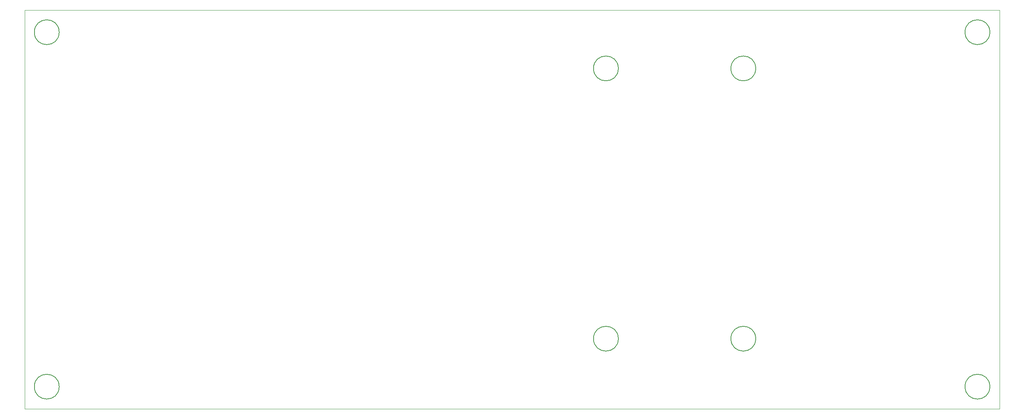
<source format=gm1>
%TF.GenerationSoftware,KiCad,Pcbnew,7.0.8*%
%TF.CreationDate,2024-09-15T13:04:07-06:00*%
%TF.ProjectId,CANBOARD_REV1,43414e42-4f41-4524-945f-524556312e6b,rev?*%
%TF.SameCoordinates,Original*%
%TF.FileFunction,Profile,NP*%
%FSLAX46Y46*%
G04 Gerber Fmt 4.6, Leading zero omitted, Abs format (unit mm)*
G04 Created by KiCad (PCBNEW 7.0.8) date 2024-09-15 13:04:07*
%MOMM*%
%LPD*%
G01*
G04 APERTURE LIST*
%TA.AperFunction,Profile*%
%ADD10C,0.150000*%
%TD*%
%TA.AperFunction,Profile*%
%ADD11C,0.100000*%
%TD*%
G04 APERTURE END LIST*
D10*
X145968000Y-25173000D02*
G75*
G03*
X145968000Y-25173000I-2800000J0D01*
G01*
X19800000Y-97000000D02*
G75*
G03*
X19800000Y-97000000I-2800000J0D01*
G01*
D11*
X12000000Y-12000000D02*
X232000000Y-12000000D01*
X232000000Y-102000000D01*
X12000000Y-102000000D01*
X12000000Y-12000000D01*
D10*
X176968000Y-86173000D02*
G75*
G03*
X176968000Y-86173000I-2800000J0D01*
G01*
X145968000Y-86173000D02*
G75*
G03*
X145968000Y-86173000I-2800000J0D01*
G01*
X19800000Y-17000000D02*
G75*
G03*
X19800000Y-17000000I-2800000J0D01*
G01*
X229800000Y-17000000D02*
G75*
G03*
X229800000Y-17000000I-2800000J0D01*
G01*
X176968000Y-25173000D02*
G75*
G03*
X176968000Y-25173000I-2800000J0D01*
G01*
X229800000Y-97000000D02*
G75*
G03*
X229800000Y-97000000I-2800000J0D01*
G01*
M02*

</source>
